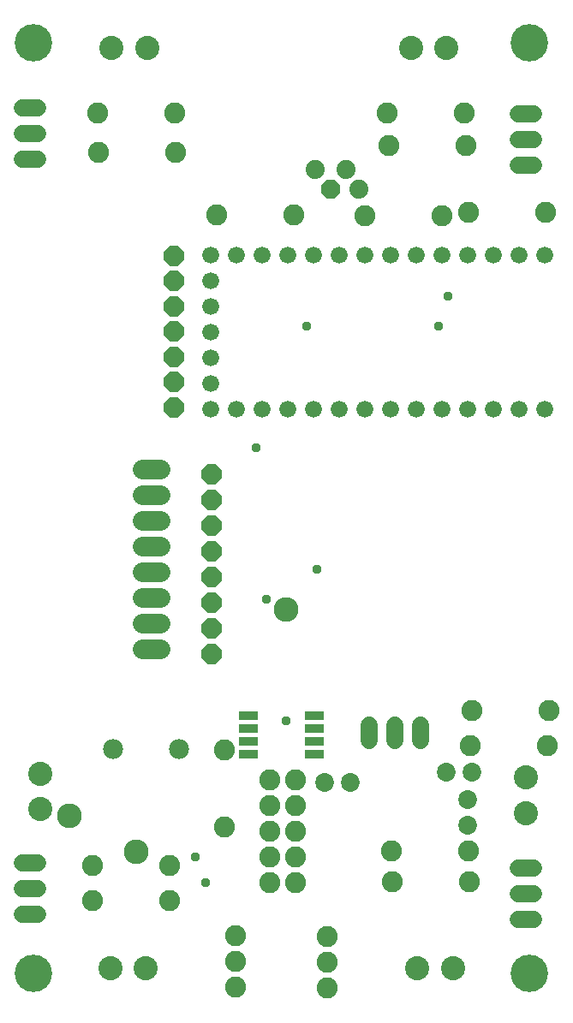
<source format=gbr>
G04 EAGLE Gerber RS-274X export*
G75*
%MOMM*%
%FSLAX34Y34*%
%LPD*%
%INSoldermask Top*%
%IPPOS*%
%AMOC8*
5,1,8,0,0,1.08239X$1,22.5*%
G01*
%ADD10C,3.703200*%
%ADD11C,1.854200*%
%ADD12C,1.727200*%
%ADD13C,2.387600*%
%ADD14C,2.082800*%
%ADD15C,1.879600*%
%ADD16P,2.034460X8X112.500000*%
%ADD17C,1.981200*%
%ADD18P,2.144431X8X22.500000*%
%ADD19C,1.676400*%
%ADD20P,2.144431X8X292.500000*%
%ADD21P,2.144431X8X112.500000*%
%ADD22C,1.981200*%
%ADD23R,1.905000X0.812800*%
%ADD24C,2.453200*%
%ADD25C,0.959600*%


D10*
X40000Y40000D03*
X530000Y40000D03*
X530000Y960000D03*
X40000Y960000D03*
D11*
X469000Y211500D03*
X469000Y186100D03*
X447700Y239000D03*
X473100Y239000D03*
X327650Y229000D03*
X353050Y229000D03*
D12*
X372000Y270080D02*
X372000Y285320D01*
X397400Y285320D02*
X397400Y270080D01*
X422800Y270080D02*
X422800Y285320D01*
D13*
X46400Y202400D03*
X46400Y237400D03*
X526400Y198600D03*
X526400Y233600D03*
X117100Y955000D03*
X152100Y955000D03*
X413300Y955000D03*
X448300Y955000D03*
X419500Y45000D03*
X454500Y45000D03*
X115700Y45000D03*
X150700Y45000D03*
D14*
X273700Y231200D03*
X299100Y231200D03*
X273700Y205800D03*
X299100Y205800D03*
X273700Y180400D03*
X299100Y180400D03*
X273700Y155000D03*
X299100Y155000D03*
X273700Y129600D03*
X299100Y129600D03*
D15*
X318010Y834684D03*
D16*
X333250Y815316D03*
D15*
X348490Y834684D03*
X361190Y815316D03*
D17*
X118700Y261800D03*
X183700Y261800D03*
D14*
X239900Y26800D03*
X239900Y52200D03*
X239900Y77600D03*
X329900Y25400D03*
X329900Y50800D03*
X329900Y76200D03*
D12*
X44220Y895900D02*
X28980Y895900D01*
X28980Y870500D02*
X44220Y870500D01*
X44220Y845100D02*
X28980Y845100D01*
X518980Y890200D02*
X534220Y890200D01*
X534220Y864800D02*
X518980Y864800D01*
X518980Y839400D02*
X534220Y839400D01*
X534220Y144500D02*
X518980Y144500D01*
X518980Y119100D02*
X534220Y119100D01*
X534220Y93700D02*
X518980Y93700D01*
X44220Y148800D02*
X28980Y148800D01*
X28980Y123400D02*
X44220Y123400D01*
X44220Y98000D02*
X28980Y98000D01*
D14*
X473600Y300100D03*
X549800Y300100D03*
X103600Y890900D03*
X179800Y890900D03*
X465900Y891000D03*
X389700Y891000D03*
X470000Y161000D03*
X393800Y161000D03*
X98400Y146500D03*
X174600Y146500D03*
X229000Y260700D03*
X229000Y184500D03*
X472000Y265100D03*
X548200Y265100D03*
X297100Y789900D03*
X220900Y789900D03*
X546200Y792400D03*
X470000Y792400D03*
X443400Y789100D03*
X367200Y789100D03*
X180000Y851600D03*
X103800Y851600D03*
X390900Y858400D03*
X467100Y858400D03*
X394300Y130900D03*
X470500Y130900D03*
X174800Y111600D03*
X98600Y111600D03*
D18*
X216300Y533600D03*
X216300Y508200D03*
X216300Y482800D03*
X216300Y457400D03*
X216300Y432000D03*
X216300Y406600D03*
X216300Y381200D03*
X216300Y355800D03*
D19*
X545600Y750200D03*
X520200Y750200D03*
X494800Y750200D03*
X469400Y750200D03*
X444000Y750200D03*
X418600Y750200D03*
X393200Y750200D03*
X367800Y750200D03*
X342400Y750200D03*
X317000Y750200D03*
X291600Y750200D03*
X266200Y750200D03*
X240800Y750200D03*
X215400Y750200D03*
X215400Y724800D03*
X215400Y699400D03*
X215400Y674000D03*
X215400Y648600D03*
X215400Y623200D03*
X215400Y597800D03*
X240800Y597800D03*
X266200Y597800D03*
X291600Y597800D03*
X317000Y597800D03*
X342400Y597800D03*
X367800Y597800D03*
X393200Y597800D03*
X418600Y597800D03*
X444000Y597800D03*
X469400Y597800D03*
X494800Y597800D03*
X520200Y597800D03*
X545600Y597800D03*
D20*
X179000Y599900D03*
D21*
X179000Y624900D03*
X179000Y649900D03*
X179000Y674900D03*
X179000Y699900D03*
X179000Y724900D03*
X179000Y749900D03*
D22*
X165590Y437200D02*
X147810Y437200D01*
X147810Y462600D02*
X165590Y462600D01*
X165590Y411800D02*
X147810Y411800D01*
X147810Y386400D02*
X165590Y386400D01*
X165590Y361000D02*
X147810Y361000D01*
X147810Y488000D02*
X165590Y488000D01*
X165590Y513400D02*
X147810Y513400D01*
X147810Y538800D02*
X165590Y538800D01*
D23*
X317512Y256750D03*
X317512Y269450D03*
X317512Y282150D03*
X317512Y294850D03*
X252488Y294850D03*
X252488Y282150D03*
X252488Y269450D03*
X252488Y256750D03*
D24*
X290000Y400000D03*
X75500Y196000D03*
X141750Y160500D03*
D25*
X260000Y560000D03*
X320000Y440000D03*
X310000Y680000D03*
X440000Y680000D03*
X450000Y710000D03*
X290000Y290000D03*
X200000Y155000D03*
X210000Y130000D03*
X270000Y410000D03*
M02*

</source>
